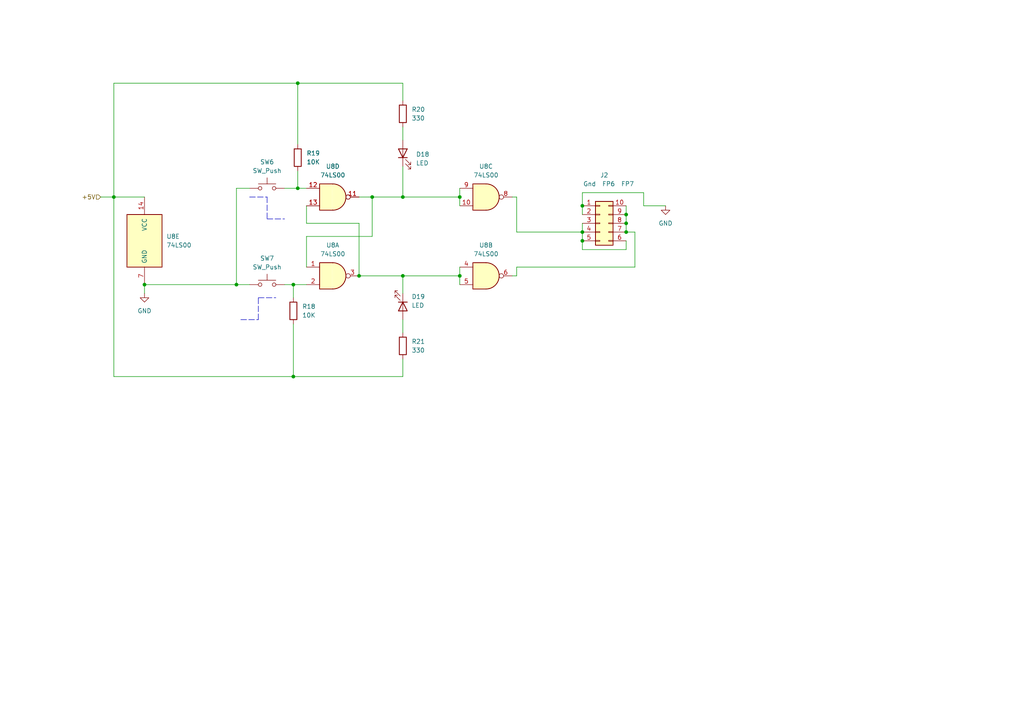
<source format=kicad_sch>
(kicad_sch (version 20211123) (generator eeschema)
  (paper "A4")
  (lib_symbols
    (symbol "74xx:74LS00" (pin_names (offset 1.016))
      (property "Reference" "U" (at 0 1.27 0))
      (property "Value" "74LS00" (at 0 -1.27 0))
      (symbol "74LS00_1_1"
        (arc (start 0 -3.81) (mid 3.81 0) (end 0 3.81) (stroke (width 0.254)) (fill (type background)))
        (polyline (pts (xy 0 3.81) (xy -3.81 3.81) (xy -3.81 -3.81) (xy 0 -3.81)) (stroke (width 0.254)) (fill (type background)))
        (pin input line (at -7.62 2.54 0) (length 3.81) (name "~") (number "1"))
        (pin input line (at -7.62 -2.54 0) (length 3.81) (name "~") (number "2"))
        (pin output inverted (at 7.62 0 180) (length 3.81) (name "~") (number "3"))
      )
      (symbol "74LS00_1_2"
        (arc (start -3.81 -3.81) (mid -2.589 0) (end -3.81 3.81) (stroke (width 0.254)))
        (arc (start -0.6096 -3.81) (mid 2.1842 -2.5851) (end 3.81 0) (stroke (width 0.254)) (fill (type background)))
        (polyline (pts (xy -3.81 -3.81) (xy -0.635 -3.81)) (stroke (width 0.254)) (fill (type background)))
        (polyline (pts (xy -3.81 3.81) (xy -0.635 3.81)) (stroke (width 0.254)) (fill (type background)))
        (polyline (pts (xy -0.635 3.81) (xy -3.81 3.81) (xy -3.81 3.81) (xy -3.556 3.4036) (xy -3.0226 2.2606) (xy -2.6924 1.0414) (xy -2.6162 -0.254) (xy -2.7686 -1.4986) (xy -3.175 -2.7178) (xy -3.81 -3.81) (xy -3.81 -3.81) (xy -0.635 -3.81)) (stroke (width -25.4)) (fill (type background)))
        (arc (start 3.81 0) (mid 2.1915 2.5936) (end -0.6096 3.81) (stroke (width 0.254)) (fill (type background)))
        (pin input inverted (at -7.62 2.54 0) (length 4.318) (name "~") (number "1"))
        (pin input inverted (at -7.62 -2.54 0) (length 4.318) (name "~") (number "2"))
        (pin output line (at 7.62 0 180) (length 3.81) (name "~") (number "3"))
      )
      (symbol "74LS00_2_1"
        (arc (start 0 -3.81) (mid 3.81 0) (end 0 3.81) (stroke (width 0.254)) (fill (type background)))
        (polyline (pts (xy 0 3.81) (xy -3.81 3.81) (xy -3.81 -3.81) (xy 0 -3.81)) (stroke (width 0.254)) (fill (type background)))
        (pin input line (at -7.62 2.54 0) (length 3.81) (name "~") (number "4"))
        (pin input line (at -7.62 -2.54 0) (length 3.81) (name "~") (number "5"))
        (pin output inverted (at 7.62 0 180) (length 3.81) (name "~") (number "6"))
      )
      (symbol "74LS00_2_2"
        (arc (start -3.81 -3.81) (mid -2.589 0) (end -3.81 3.81) (stroke (width 0.254)))
        (arc (start -0.6096 -3.81) (mid 2.1842 -2.5851) (end 3.81 0) (stroke (width 0.254)) (fill (type background)))
        (polyline (pts (xy -3.81 -3.81) (xy -0.635 -3.81)) (stroke (width 0.254)) (fill (type background)))
        (polyline (pts (xy -3.81 3.81) (xy -0.635 3.81)) (stroke (width 0.254)) (fill (type background)))
        (polyline (pts (xy -0.635 3.81) (xy -3.81 3.81) (xy -3.81 3.81) (xy -3.556 3.4036) (xy -3.0226 2.2606) (xy -2.6924 1.0414) (xy -2.6162 -0.254) (xy -2.7686 -1.4986) (xy -3.175 -2.7178) (xy -3.81 -3.81) (xy -3.81 -3.81) (xy -0.635 -3.81)) (stroke (width -25.4)) (fill (type background)))
        (arc (start 3.81 0) (mid 2.1915 2.5936) (end -0.6096 3.81) (stroke (width 0.254)) (fill (type background)))
        (pin input inverted (at -7.62 2.54 0) (length 4.318) (name "~") (number "4"))
        (pin input inverted (at -7.62 -2.54 0) (length 4.318) (name "~") (number "5"))
        (pin output line (at 7.62 0 180) (length 3.81) (name "~") (number "6"))
      )
      (symbol "74LS00_3_1"
        (arc (start 0 -3.81) (mid 3.81 0) (end 0 3.81) (stroke (width 0.254)) (fill (type background)))
        (polyline (pts (xy 0 3.81) (xy -3.81 3.81) (xy -3.81 -3.81) (xy 0 -3.81)) (stroke (width 0.254)) (fill (type background)))
        (pin input line (at -7.62 -2.54 0) (length 3.81) (name "~") (number "10"))
        (pin output inverted (at 7.62 0 180) (length 3.81) (name "~") (number "8"))
        (pin input line (at -7.62 2.54 0) (length 3.81) (name "~") (number "9"))
      )
      (symbol "74LS00_3_2"
        (arc (start -3.81 -3.81) (mid -2.589 0) (end -3.81 3.81) (stroke (width 0.254)))
        (arc (start -0.6096 -3.81) (mid 2.1842 -2.5851) (end 3.81 0) (stroke (width 0.254)) (fill (type background)))
        (polyline (pts (xy -3.81 -3.81) (xy -0.635 -3.81)) (stroke (width 0.254)) (fill (type background)))
        (polyline (pts (xy -3.81 3.81) (xy -0.635 3.81)) (stroke (width 0.254)) (fill (type background)))
        (polyline (pts (xy -0.635 3.81) (xy -3.81 3.81) (xy -3.81 3.81) (xy -3.556 3.4036) (xy -3.0226 2.2606) (xy -2.6924 1.0414) (xy -2.6162 -0.254) (xy -2.7686 -1.4986) (xy -3.175 -2.7178) (xy -3.81 -3.81) (xy -3.81 -3.81) (xy -0.635 -3.81)) (stroke (width -25.4)) (fill (type background)))
        (arc (start 3.81 0) (mid 2.1915 2.5936) (end -0.6096 3.81) (stroke (width 0.254)) (fill (type background)))
        (pin input inverted (at -7.62 -2.54 0) (length 4.318) (name "~") (number "10"))
        (pin output line (at 7.62 0 180) (length 3.81) (name "~") (number "8"))
        (pin input inverted (at -7.62 2.54 0) (length 4.318) (name "~") (number "9"))
      )
      (symbol "74LS00_4_1"
        (arc (start 0 -3.81) (mid 3.81 0) (end 0 3.81) (stroke (width 0.254)) (fill (type background)))
        (polyline (pts (xy 0 3.81) (xy -3.81 3.81) (xy -3.81 -3.81) (xy 0 -3.81)) (stroke (width 0.254)) (fill (type background)))
        (pin output inverted (at 7.62 0 180) (length 3.81) (name "~") (number "11"))
        (pin input line (at -7.62 2.54 0) (length 3.81) (name "~") (number "12"))
        (pin input line (at -7.62 -2.54 0) (length 3.81) (name "~") (number "13"))
      )
      (symbol "74LS00_4_2"
        (arc (start -3.81 -3.81) (mid -2.589 0) (end -3.81 3.81) (stroke (width 0.254)))
        (arc (start -0.6096 -3.81) (mid 2.1842 -2.5851) (end 3.81 0) (stroke (width 0.254)) (fill (type background)))
        (polyline (pts (xy -3.81 -3.81) (xy -0.635 -3.81)) (stroke (width 0.254)) (fill (type background)))
        (polyline (pts (xy -3.81 3.81) (xy -0.635 3.81)) (stroke (width 0.254)) (fill (type background)))
        (polyline (pts (xy -0.635 3.81) (xy -3.81 3.81) (xy -3.81 3.81) (xy -3.556 3.4036) (xy -3.0226 2.2606) (xy -2.6924 1.0414) (xy -2.6162 -0.254) (xy -2.7686 -1.4986) (xy -3.175 -2.7178) (xy -3.81 -3.81) (xy -3.81 -3.81) (xy -0.635 -3.81)) (stroke (width -25.4)) (fill (type background)))
        (arc (start 3.81 0) (mid 2.1915 2.5936) (end -0.6096 3.81) (stroke (width 0.254)) (fill (type background)))
        (pin output line (at 7.62 0 180) (length 3.81) (name "~") (number "11"))
        (pin input inverted (at -7.62 2.54 0) (length 4.318) (name "~") (number "12"))
        (pin input inverted (at -7.62 -2.54 0) (length 4.318) (name "~") (number "13"))
      )
      (symbol "74LS00_5_0"
        (pin power_in line (at 0 12.7 270) (length 5.08) (name "VCC") (number "14"))
        (pin power_in line (at 0 -12.7 90) (length 5.08) (name "GND") (number "7"))
      )
      (symbol "74LS00_5_1"
        (rectangle (start -5.08 7.62) (end 5.08 -7.62) (stroke (width 0.254)) (fill (type background)))
      )
    )
    (symbol "Connector_Generic:Conn_02x05_Counter_Clockwise" (pin_names (offset 1.016) hide)
      (property "Reference" "J" (at 1.27 7.62 0))
      (property "Value" "Conn_02x05_Counter_Clockwise" (at 1.27 -7.62 0))
      (symbol "Conn_02x05_Counter_Clockwise_1_1"
        (rectangle (start -1.27 -4.953) (end 0 -5.207) (stroke (width 0.1524)))
        (rectangle (start -1.27 -2.413) (end 0 -2.667) (stroke (width 0.1524)))
        (rectangle (start -1.27 0.127) (end 0 -0.127) (stroke (width 0.1524)))
        (rectangle (start -1.27 2.667) (end 0 2.413) (stroke (width 0.1524)))
        (rectangle (start -1.27 5.207) (end 0 4.953) (stroke (width 0.1524)))
        (rectangle (start -1.27 6.35) (end 3.81 -6.35) (stroke (width 0.254)) (fill (type background)))
        (rectangle (start 3.81 -4.953) (end 2.54 -5.207) (stroke (width 0.1524)))
        (rectangle (start 3.81 -2.413) (end 2.54 -2.667) (stroke (width 0.1524)))
        (rectangle (start 3.81 0.127) (end 2.54 -0.127) (stroke (width 0.1524)))
        (rectangle (start 3.81 2.667) (end 2.54 2.413) (stroke (width 0.1524)))
        (rectangle (start 3.81 5.207) (end 2.54 4.953) (stroke (width 0.1524)))
        (pin passive line (at -5.08 5.08 0) (length 3.81) (name "Pin_1") (number "1"))
        (pin passive line (at 7.62 5.08 180) (length 3.81) (name "Pin_10") (number "10"))
        (pin passive line (at -5.08 2.54 0) (length 3.81) (name "Pin_2") (number "2"))
        (pin passive line (at -5.08 0 0) (length 3.81) (name "Pin_3") (number "3"))
        (pin passive line (at -5.08 -2.54 0) (length 3.81) (name "Pin_4") (number "4"))
        (pin passive line (at -5.08 -5.08 0) (length 3.81) (name "Pin_5") (number "5"))
        (pin passive line (at 7.62 -5.08 180) (length 3.81) (name "Pin_6") (number "6"))
        (pin passive line (at 7.62 -2.54 180) (length 3.81) (name "Pin_7") (number "7"))
        (pin passive line (at 7.62 0 180) (length 3.81) (name "Pin_8") (number "8"))
        (pin passive line (at 7.62 2.54 180) (length 3.81) (name "Pin_9") (number "9"))
      )
    )
    (symbol "Device:LED" (pin_numbers hide) (pin_names (offset 1.016) hide)
      (property "Reference" "D" (at 0 2.54 0))
      (property "Value" "LED" (at 0 -2.54 0))
      (symbol "LED_0_1"
        (polyline (pts (xy -1.27 -1.27) (xy -1.27 1.27)) (stroke (width 0.254)))
        (polyline (pts (xy -1.27 0) (xy 1.27 0)))
        (polyline (pts (xy 1.27 -1.27) (xy 1.27 1.27) (xy -1.27 0) (xy 1.27 -1.27)) (stroke (width 0.254)))
        (polyline (pts (xy -3.048 -0.762) (xy -4.572 -2.286) (xy -3.81 -2.286) (xy -4.572 -2.286) (xy -4.572 -1.524)))
        (polyline (pts (xy -1.778 -0.762) (xy -3.302 -2.286) (xy -2.54 -2.286) (xy -3.302 -2.286) (xy -3.302 -1.524)))
      )
      (symbol "LED_1_1"
        (pin passive line (at -3.81 0 0) (length 2.54) (name "K") (number "1"))
        (pin passive line (at 3.81 0 180) (length 2.54) (name "A") (number "2"))
      )
    )
    (symbol "Device:R" (pin_numbers hide) (pin_names (offset 0))
      (property "Reference" "R" (at 2.032 0 90))
      (property "Value" "R" (at 0 0 90))
      (symbol "R_0_1"
        (rectangle (start -1.016 -2.54) (end 1.016 2.54) (stroke (width 0.254)))
      )
      (symbol "R_1_1"
        (pin passive line (at 0 3.81 270) (length 1.27) (name "~") (number "1"))
        (pin passive line (at 0 -3.81 90) (length 1.27) (name "~") (number "2"))
      )
    )
    (symbol "Switch:SW_Push" (pin_numbers hide) (pin_names (offset 1.016) hide)
      (property "Reference" "SW" (at 1.27 2.54 0))
      (property "Value" "SW_Push" (at 0 -1.524 0))
      (symbol "SW_Push_0_1"
        (circle (center -2.032 0) (radius 0.508))
        (polyline (pts (xy 0 1.27) (xy 0 3.048)))
        (polyline (pts (xy 2.54 1.27) (xy -2.54 1.27)))
        (circle (center 2.032 0) (radius 0.508))
        (pin passive line (at -5.08 0 0) (length 2.54) (name "1") (number "1"))
        (pin passive line (at 5.08 0 180) (length 2.54) (name "2") (number "2"))
      )
    )
    (symbol "power:GND" (power) (pin_names (offset 0))
      (property "Value" "GND" (at 0 -3.81 0))
      (symbol "GND_0_1"
        (polyline (pts (xy 0 0) (xy 0 -1.27) (xy 1.27 -1.27) (xy 0 -2.54) (xy -1.27 -1.27) (xy 0 -1.27)))
      )
      (symbol "GND_1_1"
        (pin power_in line (at 0 0 270) (length 0) hide (name "GND") (number "1"))
      )
    )
  )
  (junction (at 85.09 109.22))
  (junction (at 133.35 80.01))
  (junction (at 116.84 80.01))
  (junction (at 181.61 64.77))
  (junction (at 33.02 57.15))
  (junction (at 181.61 62.23))
  (junction (at 133.35 57.15))
  (junction (at 107.95 57.15))
  (junction (at 168.91 69.85))
  (junction (at 86.36 24.13))
  (junction (at 116.84 57.15))
  (junction (at 168.91 67.31))
  (junction (at 86.36 54.61))
  (junction (at 168.91 59.69))
  (junction (at 181.61 67.31))
  (junction (at 85.09 82.55))
  (junction (at 68.58 82.55))
  (junction (at 104.14 80.01))
  (junction (at 41.91 82.55))
  (wire (pts (xy 116.84 109.22) (xy 85.09 109.22)))
  (wire (pts (xy 68.58 82.55) (xy 72.39 82.55)))
  (wire (pts (xy 149.86 57.15) (xy 149.86 67.31)))
  (wire (pts (xy 149.86 67.31) (xy 168.91 67.31)))
  (wire (pts (xy 86.36 54.61) (xy 88.9 54.61)))
  (wire (pts (xy 116.84 92.71) (xy 116.84 96.52)))
  (wire (pts (xy 41.91 82.55) (xy 41.91 85.09)))
  (wire (pts (xy 116.84 29.21) (xy 116.84 24.13)))
  (wire (pts (xy 41.91 82.55) (xy 68.58 82.55)))
  (wire (pts (xy 168.91 67.31) (xy 168.91 69.85)))
  (wire (pts (xy 33.02 57.15) (xy 33.02 109.22)))
  (polyline (pts (xy 72.39 57.15) (xy 77.47 57.15)))
  (wire (pts (xy 85.09 93.98) (xy 85.09 109.22)))
  (wire (pts (xy 107.95 57.15) (xy 107.95 68.58)))
  (polyline (pts (xy 69.85 92.71) (xy 74.93 92.71)))
  (wire (pts (xy 33.02 24.13) (xy 33.02 57.15)))
  (wire (pts (xy 186.69 55.88) (xy 168.91 55.88)))
  (wire (pts (xy 82.55 82.55) (xy 85.09 82.55)))
  (wire (pts (xy 104.14 80.01) (xy 116.84 80.01)))
  (wire (pts (xy 133.35 80.01) (xy 133.35 82.55)))
  (wire (pts (xy 116.84 57.15) (xy 133.35 57.15)))
  (wire (pts (xy 193.04 59.69) (xy 186.69 59.69)))
  (wire (pts (xy 72.39 54.61) (xy 68.58 54.61)))
  (wire (pts (xy 116.84 48.26) (xy 116.84 57.15)))
  (wire (pts (xy 107.95 68.58) (xy 88.9 68.58)))
  (wire (pts (xy 133.35 57.15) (xy 133.35 59.69)))
  (wire (pts (xy 88.9 64.77) (xy 104.14 64.77)))
  (wire (pts (xy 168.91 69.85) (xy 168.91 72.39)))
  (wire (pts (xy 181.61 64.77) (xy 181.61 67.31)))
  (wire (pts (xy 116.84 24.13) (xy 86.36 24.13)))
  (wire (pts (xy 133.35 54.61) (xy 133.35 57.15)))
  (wire (pts (xy 29.21 57.15) (xy 33.02 57.15)))
  (wire (pts (xy 148.59 80.01) (xy 149.86 80.01)))
  (wire (pts (xy 181.61 67.31) (xy 184.15 67.31)))
  (wire (pts (xy 184.15 77.47) (xy 149.86 77.47)))
  (wire (pts (xy 88.9 68.58) (xy 88.9 77.47)))
  (wire (pts (xy 116.84 104.14) (xy 116.84 109.22)))
  (wire (pts (xy 86.36 24.13) (xy 86.36 41.91)))
  (wire (pts (xy 184.15 67.31) (xy 184.15 77.47)))
  (wire (pts (xy 88.9 59.69) (xy 88.9 64.77)))
  (polyline (pts (xy 77.47 57.15) (xy 77.47 63.5)))
  (wire (pts (xy 85.09 82.55) (xy 85.09 86.36)))
  (wire (pts (xy 116.84 36.83) (xy 116.84 40.64)))
  (polyline (pts (xy 77.47 63.5) (xy 82.55 63.5)))
  (wire (pts (xy 86.36 49.53) (xy 86.36 54.61)))
  (wire (pts (xy 149.86 77.47) (xy 149.86 80.01)))
  (wire (pts (xy 85.09 82.55) (xy 88.9 82.55)))
  (wire (pts (xy 68.58 54.61) (xy 68.58 82.55)))
  (polyline (pts (xy 74.93 86.36) (xy 80.01 86.36)))
  (wire (pts (xy 168.91 59.69) (xy 168.91 62.23)))
  (wire (pts (xy 148.59 57.15) (xy 149.86 57.15)))
  (wire (pts (xy 116.84 80.01) (xy 116.84 85.09)))
  (wire (pts (xy 181.61 69.85) (xy 181.61 72.39)))
  (wire (pts (xy 85.09 109.22) (xy 33.02 109.22)))
  (wire (pts (xy 168.91 72.39) (xy 181.61 72.39)))
  (wire (pts (xy 104.14 57.15) (xy 107.95 57.15)))
  (wire (pts (xy 168.91 55.88) (xy 168.91 59.69)))
  (wire (pts (xy 33.02 57.15) (xy 41.91 57.15)))
  (wire (pts (xy 186.69 59.69) (xy 186.69 55.88)))
  (wire (pts (xy 104.14 64.77) (xy 104.14 80.01)))
  (wire (pts (xy 133.35 77.47) (xy 133.35 80.01)))
  (wire (pts (xy 181.61 59.69) (xy 181.61 62.23)))
  (wire (pts (xy 82.55 54.61) (xy 86.36 54.61)))
  (wire (pts (xy 86.36 24.13) (xy 33.02 24.13)))
  (wire (pts (xy 181.61 62.23) (xy 181.61 64.77)))
  (polyline (pts (xy 74.93 92.71) (xy 74.93 86.36)))
  (wire (pts (xy 116.84 80.01) (xy 133.35 80.01)))
  (wire (pts (xy 168.91 64.77) (xy 168.91 67.31)))
  (wire (pts (xy 107.95 57.15) (xy 116.84 57.15)))
  (hierarchical_label "+5V" (shape input) (at 29.21 57.15 180))
  (symbol (lib_id "power:GND") (at 41.91 85.09 0) (unit 1)
    (property "Reference" "#PWR032" (effects hide))
    (property "Value" "GND" (at 41.91 90.17 0))
  )
  (symbol (lib_id "power:GND") (at 193.04 59.69 0) (unit 1)
    (property "Reference" "#PWR037" (effects hide))
    (property "Value" "GND" (at 193.04 64.77 0))
  )
  (symbol (lib_id "Device:R") (at 86.36 45.72 0) (unit 1)
    (property "Reference" "R19" (at 88.9 44.4499 0) (effects (justify left)))
    (property "Value" "10K" (at 88.9 46.9899 0) (effects (justify left)))
    (property "Footprint" "Resistor_THT:R_Axial_DIN0207_L6.3mm_D2.5mm_P10.16mm_Horizontal" (effects hide))
  )
  (symbol (lib_id "74xx:74LS00") (at 96.52 57.15 0) (unit 4)
    (property "Reference" "U8" (at 96.52 48.26 0))
    (property "Value" "74LS00" (at 96.52 50.8 0))
    (property "Footprint" "Package_DIP:DIP-14_W7.62mm" (effects hide))
    (property "Datasheet" "http://www.ti.com/lit/gpn/sn74ls00" (effects hide))
  )
  (symbol (lib_id "74xx:74LS00") (at 96.52 80.01 0) (unit 1)
    (property "Reference" "U8" (at 96.52 71.12 0))
    (property "Value" "74LS00" (at 96.52 73.66 0))
    (property "Footprint" "Package_DIP:DIP-14_W7.62mm" (effects hide))
    (property "Datasheet" "http://www.ti.com/lit/gpn/sn74ls00" (effects hide))
  )
  (symbol (lib_id "Device:R") (at 116.84 100.33 0) (unit 1)
    (property "Reference" "R21" (at 119.38 99.0599 0) (effects (justify left)))
    (property "Value" "330" (at 119.38 101.5999 0) (effects (justify left)))
    (property "Footprint" "Resistor_THT:R_Axial_DIN0207_L6.3mm_D2.5mm_P10.16mm_Horizontal" (effects hide))
  )
  (symbol (lib_id "Device:R") (at 85.09 90.17 0) (unit 1)
    (property "Reference" "R18" (at 87.63 88.8999 0) (effects (justify left)))
    (property "Value" "10K" (at 87.63 91.4399 0) (effects (justify left)))
    (property "Footprint" "Resistor_THT:R_Axial_DIN0207_L6.3mm_D2.5mm_P10.16mm_Horizontal" (effects hide))
  )
  (symbol (lib_id "Switch:SW_Push") (at 77.47 82.55 0) (unit 1)
    (property "Reference" "SW7" (at 77.47 74.93 0))
    (property "Value" "SW_Push" (at 77.47 77.47 0))
    (property "Footprint" "Button_Switch_THT:SW_Tactile_Straight_KSL0Axx1LFTR" (effects hide))
  )
  (symbol (lib_id "Device:LED") (at 116.84 88.9 270) (unit 1)
    (property "Reference" "D19" (at 119.38 86.0424 90) (effects (justify left)))
    (property "Value" "LED" (at 119.38 88.5824 90) (effects (justify left)))
    (property "Footprint" "LED_THT:LED_D3.0mm" (effects hide))
  )
  (symbol (lib_id "Device:R") (at 116.84 33.02 0) (unit 1)
    (property "Reference" "R20" (at 119.38 31.7499 0) (effects (justify left)))
    (property "Value" "330" (at 119.38 34.2899 0) (effects (justify left)))
    (property "Footprint" "Resistor_THT:R_Axial_DIN0207_L6.3mm_D2.5mm_P10.16mm_Horizontal" (effects hide))
  )
  (symbol (lib_id "74xx:74LS00") (at 140.97 57.15 0) (unit 3)
    (property "Reference" "U8" (at 140.97 48.26 0))
    (property "Value" "74LS00" (at 140.97 50.8 0))
    (property "Footprint" "Package_DIP:DIP-14_W7.62mm" (effects hide))
    (property "Datasheet" "http://www.ti.com/lit/gpn/sn74ls00" (effects hide))
  )
  (symbol (lib_id "Device:LED") (at 116.84 44.45 90) (unit 1)
    (property "Reference" "D18" (at 120.65 44.7674 90) (effects (justify right)))
    (property "Value" "LED" (at 120.65 47.3074 90) (effects (justify right)))
    (property "Footprint" "LED_THT:LED_D3.0mm" (effects hide))
  )
  (symbol (lib_id "74xx:74LS00") (at 140.97 80.01 0) (unit 2)
    (property "Reference" "U8" (at 140.97 71.12 0))
    (property "Value" "74LS00" (at 140.97 73.66 0))
    (property "Footprint" "Package_DIP:DIP-14_W7.62mm" (effects hide))
    (property "Datasheet" "http://www.ti.com/lit/gpn/sn74ls00" (effects hide))
  )
  (symbol (lib_id "74xx:74LS00") (at 41.91 69.85 0) (unit 5)
    (property "Reference" "U8" (at 48.26 68.5799 0) (effects (justify left)))
    (property "Value" "74LS00" (at 48.26 71.1199 0) (effects (justify left)))
    (property "Footprint" "Package_DIP:DIP-14_W7.62mm" (effects hide))
    (property "Datasheet" "http://www.ti.com/lit/gpn/sn74ls00" (effects hide))
  )
  (symbol (lib_id "Connector_Generic:Conn_02x05_Counter_Clockwise") (at 173.99 64.77 0) (unit 1)
    (property "Reference" "J2" (at 175.26 50.8 0))
    (property "Value" "Gnd  FP6  FP7" (at 176.53 53.34 0))
    (property "Footprint" "Connector_PinSocket_2.54mm:PinSocket_2x05_P2.54mm_Vertical" (effects hide))
  )
  (symbol (lib_id "Switch:SW_Push") (at 77.47 54.61 0) (unit 1)
    (property "Reference" "SW6" (at 77.47 46.99 0))
    (property "Value" "SW_Push" (at 77.47 49.53 0))
    (property "Footprint" "Button_Switch_THT:SW_Tactile_Straight_KSL0Axx1LFTR" (effects hide))
  )
)
</source>
